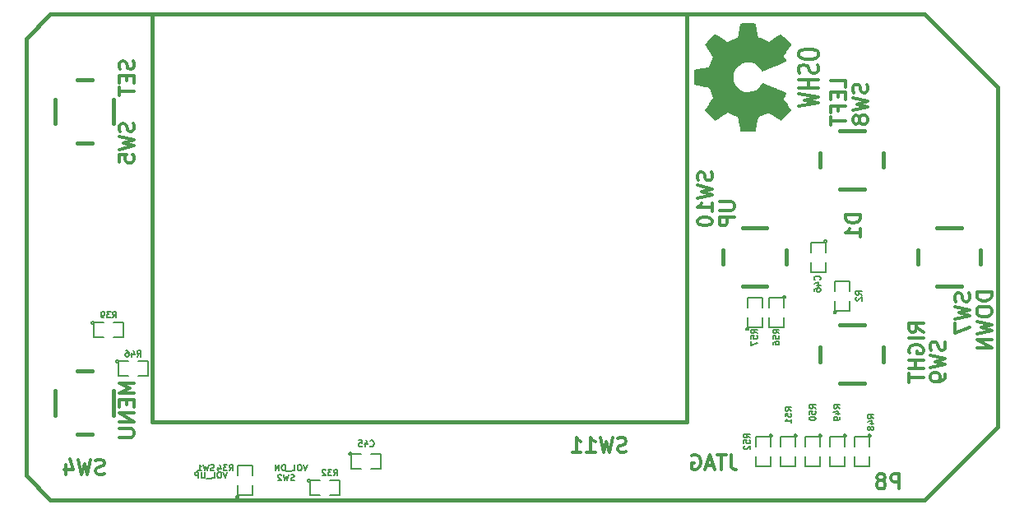
<source format=gbo>
G04 (created by PCBNEW-RS274X (2012-jan-04)-testing) date Wed 23 May 2012 23:15:24 BST*
G01*
G70*
G90*
%MOIN*%
G04 Gerber Fmt 3.4, Leading zero omitted, Abs format*
%FSLAX34Y34*%
G04 APERTURE LIST*
%ADD10C,0.006000*%
%ADD11C,0.012000*%
%ADD12C,0.015000*%
%ADD13C,0.005000*%
%ADD14C,0.000100*%
G04 APERTURE END LIST*
G54D10*
G54D11*
X31315Y18126D02*
X31315Y18012D01*
X31353Y17954D01*
X31429Y17897D01*
X31581Y17869D01*
X31848Y17869D01*
X32001Y17897D01*
X32077Y17954D01*
X32115Y18012D01*
X32115Y18126D01*
X32077Y18183D01*
X32001Y18240D01*
X31848Y18269D01*
X31581Y18269D01*
X31429Y18240D01*
X31353Y18183D01*
X31315Y18126D01*
X32077Y17640D02*
X32115Y17554D01*
X32115Y17411D01*
X32077Y17354D01*
X32039Y17325D01*
X31962Y17297D01*
X31886Y17297D01*
X31810Y17325D01*
X31772Y17354D01*
X31734Y17411D01*
X31696Y17525D01*
X31658Y17583D01*
X31620Y17611D01*
X31543Y17640D01*
X31467Y17640D01*
X31391Y17611D01*
X31353Y17583D01*
X31315Y17525D01*
X31315Y17383D01*
X31353Y17297D01*
X32115Y17040D02*
X31315Y17040D01*
X31696Y17040D02*
X31696Y16697D01*
X32115Y16697D02*
X31315Y16697D01*
X31315Y16468D02*
X32115Y16325D01*
X31543Y16211D01*
X32115Y16097D01*
X31315Y15954D01*
G54D12*
X39369Y16733D02*
X39370Y16733D01*
X36417Y19685D02*
X39369Y16733D01*
X00984Y19685D02*
X00000Y18701D01*
X36417Y19685D02*
X00984Y19685D01*
X36417Y00000D02*
X39370Y02953D01*
X00000Y00984D02*
X00000Y00985D01*
X00984Y00000D02*
X00000Y00984D01*
X36417Y00000D02*
X00984Y00000D01*
X00000Y18701D02*
X00000Y00985D01*
X39370Y16733D02*
X39370Y02953D01*
G54D13*
X29278Y06929D02*
X29277Y06920D01*
X29274Y06910D01*
X29269Y06902D01*
X29263Y06894D01*
X29255Y06888D01*
X29247Y06883D01*
X29238Y06881D01*
X29228Y06880D01*
X29219Y06880D01*
X29210Y06883D01*
X29201Y06888D01*
X29194Y06894D01*
X29187Y06901D01*
X29183Y06910D01*
X29180Y06919D01*
X29179Y06929D01*
X29179Y06938D01*
X29182Y06947D01*
X29186Y06956D01*
X29193Y06963D01*
X29200Y06970D01*
X29208Y06974D01*
X29218Y06977D01*
X29227Y06978D01*
X29236Y06978D01*
X29246Y06975D01*
X29254Y06971D01*
X29262Y06965D01*
X29268Y06957D01*
X29273Y06949D01*
X29276Y06940D01*
X29277Y06930D01*
X29278Y06929D01*
X29228Y07379D02*
X29228Y06979D01*
X29228Y06979D02*
X29828Y06979D01*
X29828Y06979D02*
X29828Y07379D01*
X29828Y07779D02*
X29828Y08179D01*
X29828Y08179D02*
X29228Y08179D01*
X29228Y08179D02*
X29228Y07779D01*
X30763Y08229D02*
X30762Y08220D01*
X30759Y08210D01*
X30754Y08202D01*
X30748Y08194D01*
X30740Y08188D01*
X30732Y08183D01*
X30723Y08181D01*
X30713Y08180D01*
X30704Y08180D01*
X30695Y08183D01*
X30686Y08188D01*
X30679Y08194D01*
X30672Y08201D01*
X30668Y08210D01*
X30665Y08219D01*
X30664Y08229D01*
X30664Y08238D01*
X30667Y08247D01*
X30671Y08256D01*
X30678Y08263D01*
X30685Y08270D01*
X30693Y08274D01*
X30703Y08277D01*
X30712Y08278D01*
X30721Y08278D01*
X30731Y08275D01*
X30739Y08271D01*
X30747Y08265D01*
X30753Y08257D01*
X30758Y08249D01*
X30761Y08240D01*
X30762Y08230D01*
X30763Y08229D01*
X30713Y07779D02*
X30713Y08179D01*
X30713Y08179D02*
X30113Y08179D01*
X30113Y08179D02*
X30113Y07779D01*
X30113Y07379D02*
X30113Y06979D01*
X30113Y06979D02*
X30713Y06979D01*
X30713Y06979D02*
X30713Y07379D01*
X30230Y02613D02*
X30229Y02604D01*
X30226Y02594D01*
X30221Y02586D01*
X30215Y02578D01*
X30207Y02572D01*
X30199Y02567D01*
X30190Y02565D01*
X30180Y02564D01*
X30171Y02564D01*
X30162Y02567D01*
X30153Y02572D01*
X30146Y02578D01*
X30139Y02585D01*
X30135Y02594D01*
X30132Y02603D01*
X30131Y02613D01*
X30131Y02622D01*
X30134Y02631D01*
X30138Y02640D01*
X30145Y02647D01*
X30152Y02654D01*
X30160Y02658D01*
X30170Y02661D01*
X30179Y02662D01*
X30188Y02662D01*
X30198Y02659D01*
X30206Y02655D01*
X30214Y02649D01*
X30220Y02641D01*
X30225Y02633D01*
X30228Y02624D01*
X30229Y02614D01*
X30230Y02613D01*
X30180Y02163D02*
X30180Y02563D01*
X30180Y02563D02*
X29580Y02563D01*
X29580Y02563D02*
X29580Y02163D01*
X29580Y01763D02*
X29580Y01363D01*
X29580Y01363D02*
X30180Y01363D01*
X30180Y01363D02*
X30180Y01763D01*
X31230Y02613D02*
X31229Y02604D01*
X31226Y02594D01*
X31221Y02586D01*
X31215Y02578D01*
X31207Y02572D01*
X31199Y02567D01*
X31190Y02565D01*
X31180Y02564D01*
X31171Y02564D01*
X31162Y02567D01*
X31153Y02572D01*
X31146Y02578D01*
X31139Y02585D01*
X31135Y02594D01*
X31132Y02603D01*
X31131Y02613D01*
X31131Y02622D01*
X31134Y02631D01*
X31138Y02640D01*
X31145Y02647D01*
X31152Y02654D01*
X31160Y02658D01*
X31170Y02661D01*
X31179Y02662D01*
X31188Y02662D01*
X31198Y02659D01*
X31206Y02655D01*
X31214Y02649D01*
X31220Y02641D01*
X31225Y02633D01*
X31228Y02624D01*
X31229Y02614D01*
X31230Y02613D01*
X31180Y02163D02*
X31180Y02563D01*
X31180Y02563D02*
X30580Y02563D01*
X30580Y02563D02*
X30580Y02163D01*
X30580Y01763D02*
X30580Y01363D01*
X30580Y01363D02*
X31180Y01363D01*
X31180Y01363D02*
X31180Y01763D01*
X32230Y02613D02*
X32229Y02604D01*
X32226Y02594D01*
X32221Y02586D01*
X32215Y02578D01*
X32207Y02572D01*
X32199Y02567D01*
X32190Y02565D01*
X32180Y02564D01*
X32171Y02564D01*
X32162Y02567D01*
X32153Y02572D01*
X32146Y02578D01*
X32139Y02585D01*
X32135Y02594D01*
X32132Y02603D01*
X32131Y02613D01*
X32131Y02622D01*
X32134Y02631D01*
X32138Y02640D01*
X32145Y02647D01*
X32152Y02654D01*
X32160Y02658D01*
X32170Y02661D01*
X32179Y02662D01*
X32188Y02662D01*
X32198Y02659D01*
X32206Y02655D01*
X32214Y02649D01*
X32220Y02641D01*
X32225Y02633D01*
X32228Y02624D01*
X32229Y02614D01*
X32230Y02613D01*
X32180Y02163D02*
X32180Y02563D01*
X32180Y02563D02*
X31580Y02563D01*
X31580Y02563D02*
X31580Y02163D01*
X31580Y01763D02*
X31580Y01363D01*
X31580Y01363D02*
X32180Y01363D01*
X32180Y01363D02*
X32180Y01763D01*
X33230Y02613D02*
X33229Y02604D01*
X33226Y02594D01*
X33221Y02586D01*
X33215Y02578D01*
X33207Y02572D01*
X33199Y02567D01*
X33190Y02565D01*
X33180Y02564D01*
X33171Y02564D01*
X33162Y02567D01*
X33153Y02572D01*
X33146Y02578D01*
X33139Y02585D01*
X33135Y02594D01*
X33132Y02603D01*
X33131Y02613D01*
X33131Y02622D01*
X33134Y02631D01*
X33138Y02640D01*
X33145Y02647D01*
X33152Y02654D01*
X33160Y02658D01*
X33170Y02661D01*
X33179Y02662D01*
X33188Y02662D01*
X33198Y02659D01*
X33206Y02655D01*
X33214Y02649D01*
X33220Y02641D01*
X33225Y02633D01*
X33228Y02624D01*
X33229Y02614D01*
X33230Y02613D01*
X33180Y02163D02*
X33180Y02563D01*
X33180Y02563D02*
X32580Y02563D01*
X32580Y02563D02*
X32580Y02163D01*
X32580Y01763D02*
X32580Y01363D01*
X32580Y01363D02*
X33180Y01363D01*
X33180Y01363D02*
X33180Y01763D01*
X34230Y02613D02*
X34229Y02604D01*
X34226Y02594D01*
X34221Y02586D01*
X34215Y02578D01*
X34207Y02572D01*
X34199Y02567D01*
X34190Y02565D01*
X34180Y02564D01*
X34171Y02564D01*
X34162Y02567D01*
X34153Y02572D01*
X34146Y02578D01*
X34139Y02585D01*
X34135Y02594D01*
X34132Y02603D01*
X34131Y02613D01*
X34131Y02622D01*
X34134Y02631D01*
X34138Y02640D01*
X34145Y02647D01*
X34152Y02654D01*
X34160Y02658D01*
X34170Y02661D01*
X34179Y02662D01*
X34188Y02662D01*
X34198Y02659D01*
X34206Y02655D01*
X34214Y02649D01*
X34220Y02641D01*
X34225Y02633D01*
X34228Y02624D01*
X34229Y02614D01*
X34230Y02613D01*
X34180Y02163D02*
X34180Y02563D01*
X34180Y02563D02*
X33580Y02563D01*
X33580Y02563D02*
X33580Y02163D01*
X33580Y01763D02*
X33580Y01363D01*
X33580Y01363D02*
X34180Y01363D01*
X34180Y01363D02*
X34180Y01763D01*
X03731Y05615D02*
X03730Y05606D01*
X03727Y05596D01*
X03722Y05588D01*
X03716Y05580D01*
X03708Y05574D01*
X03700Y05569D01*
X03691Y05567D01*
X03681Y05566D01*
X03672Y05566D01*
X03663Y05569D01*
X03654Y05574D01*
X03647Y05580D01*
X03640Y05587D01*
X03636Y05596D01*
X03633Y05605D01*
X03632Y05615D01*
X03632Y05624D01*
X03635Y05633D01*
X03639Y05642D01*
X03646Y05649D01*
X03653Y05656D01*
X03661Y05660D01*
X03671Y05663D01*
X03680Y05664D01*
X03689Y05664D01*
X03699Y05661D01*
X03707Y05657D01*
X03715Y05651D01*
X03721Y05643D01*
X03726Y05635D01*
X03729Y05626D01*
X03730Y05616D01*
X03731Y05615D01*
X04131Y05615D02*
X03731Y05615D01*
X03731Y05615D02*
X03731Y05015D01*
X03731Y05015D02*
X04131Y05015D01*
X04531Y05015D02*
X04931Y05015D01*
X04931Y05015D02*
X04931Y05615D01*
X04931Y05615D02*
X04531Y05615D01*
X08608Y00138D02*
X08607Y00129D01*
X08604Y00119D01*
X08599Y00111D01*
X08593Y00103D01*
X08585Y00097D01*
X08577Y00092D01*
X08568Y00090D01*
X08558Y00089D01*
X08549Y00089D01*
X08540Y00092D01*
X08531Y00097D01*
X08524Y00103D01*
X08517Y00110D01*
X08513Y00119D01*
X08510Y00128D01*
X08509Y00138D01*
X08509Y00147D01*
X08512Y00156D01*
X08516Y00165D01*
X08523Y00172D01*
X08530Y00179D01*
X08538Y00183D01*
X08548Y00186D01*
X08557Y00187D01*
X08566Y00187D01*
X08576Y00184D01*
X08584Y00180D01*
X08592Y00174D01*
X08598Y00166D01*
X08603Y00158D01*
X08606Y00149D01*
X08607Y00139D01*
X08608Y00138D01*
X08558Y00588D02*
X08558Y00188D01*
X08558Y00188D02*
X09158Y00188D01*
X09158Y00188D02*
X09158Y00588D01*
X09158Y00988D02*
X09158Y01388D01*
X09158Y01388D02*
X08558Y01388D01*
X08558Y01388D02*
X08558Y00988D01*
X11506Y00793D02*
X11505Y00784D01*
X11502Y00774D01*
X11497Y00766D01*
X11491Y00758D01*
X11483Y00752D01*
X11475Y00747D01*
X11466Y00745D01*
X11456Y00744D01*
X11447Y00744D01*
X11438Y00747D01*
X11429Y00752D01*
X11422Y00758D01*
X11415Y00765D01*
X11411Y00774D01*
X11408Y00783D01*
X11407Y00793D01*
X11407Y00802D01*
X11410Y00811D01*
X11414Y00820D01*
X11421Y00827D01*
X11428Y00834D01*
X11436Y00838D01*
X11446Y00841D01*
X11455Y00842D01*
X11464Y00842D01*
X11474Y00839D01*
X11482Y00835D01*
X11490Y00829D01*
X11496Y00821D01*
X11501Y00813D01*
X11504Y00804D01*
X11505Y00794D01*
X11506Y00793D01*
X11906Y00793D02*
X11506Y00793D01*
X11506Y00793D02*
X11506Y00193D01*
X11506Y00193D02*
X11906Y00193D01*
X12306Y00193D02*
X12706Y00193D01*
X12706Y00193D02*
X12706Y00793D01*
X12706Y00793D02*
X12306Y00793D01*
X32821Y07618D02*
X32820Y07609D01*
X32817Y07599D01*
X32812Y07591D01*
X32806Y07583D01*
X32798Y07577D01*
X32790Y07572D01*
X32781Y07570D01*
X32771Y07569D01*
X32762Y07569D01*
X32753Y07572D01*
X32744Y07577D01*
X32737Y07583D01*
X32730Y07590D01*
X32726Y07599D01*
X32723Y07608D01*
X32722Y07618D01*
X32722Y07627D01*
X32725Y07636D01*
X32729Y07645D01*
X32736Y07652D01*
X32743Y07659D01*
X32751Y07663D01*
X32761Y07666D01*
X32770Y07667D01*
X32779Y07667D01*
X32789Y07664D01*
X32797Y07660D01*
X32805Y07654D01*
X32811Y07646D01*
X32816Y07638D01*
X32819Y07629D01*
X32820Y07619D01*
X32821Y07618D01*
X32771Y08068D02*
X32771Y07668D01*
X32771Y07668D02*
X33371Y07668D01*
X33371Y07668D02*
X33371Y08068D01*
X33371Y08468D02*
X33371Y08868D01*
X33371Y08868D02*
X32771Y08868D01*
X32771Y08868D02*
X32771Y08468D01*
X32437Y10493D02*
X32436Y10484D01*
X32433Y10474D01*
X32428Y10466D01*
X32422Y10458D01*
X32414Y10452D01*
X32406Y10447D01*
X32397Y10445D01*
X32387Y10444D01*
X32378Y10444D01*
X32369Y10447D01*
X32360Y10452D01*
X32353Y10458D01*
X32346Y10465D01*
X32342Y10474D01*
X32339Y10483D01*
X32338Y10493D01*
X32338Y10502D01*
X32341Y10511D01*
X32345Y10520D01*
X32352Y10527D01*
X32359Y10534D01*
X32367Y10538D01*
X32377Y10541D01*
X32386Y10542D01*
X32395Y10542D01*
X32405Y10539D01*
X32413Y10535D01*
X32421Y10529D01*
X32427Y10521D01*
X32432Y10513D01*
X32435Y10504D01*
X32436Y10494D01*
X32437Y10493D01*
X32387Y10043D02*
X32387Y10443D01*
X32387Y10443D02*
X31787Y10443D01*
X31787Y10443D02*
X31787Y10043D01*
X31787Y09643D02*
X31787Y09243D01*
X31787Y09243D02*
X32387Y09243D01*
X32387Y09243D02*
X32387Y09643D01*
X13180Y01875D02*
X13179Y01866D01*
X13176Y01856D01*
X13171Y01848D01*
X13165Y01840D01*
X13157Y01834D01*
X13149Y01829D01*
X13140Y01827D01*
X13130Y01826D01*
X13121Y01826D01*
X13112Y01829D01*
X13103Y01834D01*
X13096Y01840D01*
X13089Y01847D01*
X13085Y01856D01*
X13082Y01865D01*
X13081Y01875D01*
X13081Y01884D01*
X13084Y01893D01*
X13088Y01902D01*
X13095Y01909D01*
X13102Y01916D01*
X13110Y01920D01*
X13120Y01923D01*
X13129Y01924D01*
X13138Y01924D01*
X13148Y01921D01*
X13156Y01917D01*
X13164Y01911D01*
X13170Y01903D01*
X13175Y01895D01*
X13178Y01886D01*
X13179Y01876D01*
X13180Y01875D01*
X13580Y01875D02*
X13180Y01875D01*
X13180Y01875D02*
X13180Y01275D01*
X13180Y01275D02*
X13580Y01275D01*
X13980Y01275D02*
X14380Y01275D01*
X14380Y01275D02*
X14380Y01875D01*
X14380Y01875D02*
X13980Y01875D01*
G54D12*
X22047Y19686D02*
X25000Y19686D01*
X11024Y19686D02*
X21063Y19686D01*
X09646Y19686D02*
X09843Y19686D01*
X07087Y19686D02*
X09646Y19686D01*
X26772Y19686D02*
X26772Y03150D01*
X26772Y03150D02*
X05118Y03150D01*
X05118Y03150D02*
X05118Y19686D01*
X05118Y19686D02*
X05906Y19686D01*
X26772Y19686D02*
X25984Y19686D01*
G54D13*
X02747Y07190D02*
X02746Y07181D01*
X02743Y07171D01*
X02738Y07163D01*
X02732Y07155D01*
X02724Y07149D01*
X02716Y07144D01*
X02707Y07142D01*
X02697Y07141D01*
X02688Y07141D01*
X02679Y07144D01*
X02670Y07149D01*
X02663Y07155D01*
X02656Y07162D01*
X02652Y07171D01*
X02649Y07180D01*
X02648Y07190D01*
X02648Y07199D01*
X02651Y07208D01*
X02655Y07217D01*
X02662Y07224D01*
X02669Y07231D01*
X02677Y07235D01*
X02687Y07238D01*
X02696Y07239D01*
X02705Y07239D01*
X02715Y07236D01*
X02723Y07232D01*
X02731Y07226D01*
X02737Y07218D01*
X02742Y07210D01*
X02745Y07201D01*
X02746Y07191D01*
X02747Y07190D01*
X03147Y07190D02*
X02747Y07190D01*
X02747Y07190D02*
X02747Y06590D01*
X02747Y06590D02*
X03147Y06590D01*
X03547Y06590D02*
X03947Y06590D01*
X03947Y06590D02*
X03947Y07190D01*
X03947Y07190D02*
X03547Y07190D01*
G54D12*
X01181Y03445D02*
X01181Y04429D01*
X03543Y03445D02*
X03543Y04429D01*
X02657Y05217D02*
X02067Y05217D01*
X02657Y02657D02*
X02067Y02657D01*
X29036Y11024D02*
X30020Y11024D01*
X29036Y08662D02*
X30020Y08662D01*
X30808Y09548D02*
X30808Y10138D01*
X28248Y09548D02*
X28248Y10138D01*
X36910Y11024D02*
X37894Y11024D01*
X36910Y08662D02*
X37894Y08662D01*
X38682Y09548D02*
X38682Y10138D01*
X36122Y09548D02*
X36122Y10138D01*
X32973Y14961D02*
X33957Y14961D01*
X32973Y12599D02*
X33957Y12599D01*
X34745Y13485D02*
X34745Y14075D01*
X32185Y13485D02*
X32185Y14075D01*
X32973Y07087D02*
X33957Y07087D01*
X32973Y04725D02*
X33957Y04725D01*
X34745Y05611D02*
X34745Y06201D01*
X32185Y05611D02*
X32185Y06201D01*
X03543Y16240D02*
X03543Y15256D01*
X01181Y16240D02*
X01181Y15256D01*
X02067Y14468D02*
X02657Y14468D01*
X02067Y17028D02*
X02657Y17028D01*
G54D14*
G36*
X31004Y15798D02*
X30992Y15821D01*
X30960Y15872D01*
X30912Y15945D01*
X30854Y16032D01*
X30795Y16119D01*
X30747Y16190D01*
X30715Y16240D01*
X30704Y16261D01*
X30708Y16272D01*
X30728Y16313D01*
X30759Y16373D01*
X30777Y16408D01*
X30800Y16463D01*
X30805Y16490D01*
X30798Y16495D01*
X30756Y16515D01*
X30684Y16546D01*
X30589Y16588D01*
X30478Y16635D01*
X30358Y16686D01*
X30236Y16737D01*
X30119Y16785D01*
X30014Y16828D01*
X29929Y16862D01*
X29870Y16885D01*
X29844Y16893D01*
X29839Y16891D01*
X29812Y16863D01*
X29776Y16815D01*
X29692Y16712D01*
X29564Y16609D01*
X29419Y16547D01*
X29258Y16526D01*
X29108Y16544D01*
X28964Y16603D01*
X28835Y16703D01*
X28739Y16824D01*
X28678Y16966D01*
X28659Y17126D01*
X28676Y17279D01*
X28734Y17425D01*
X28832Y17555D01*
X28895Y17609D01*
X29026Y17684D01*
X29166Y17727D01*
X29202Y17732D01*
X29356Y17725D01*
X29503Y17680D01*
X29635Y17599D01*
X29743Y17486D01*
X29754Y17472D01*
X29793Y17419D01*
X29820Y17384D01*
X29842Y17357D01*
X30314Y17553D01*
X30389Y17584D01*
X30518Y17638D01*
X30629Y17685D01*
X30717Y17723D01*
X30776Y17749D01*
X30800Y17761D01*
X30801Y17762D01*
X30804Y17779D01*
X30791Y17815D01*
X30759Y17881D01*
X30737Y17925D01*
X30713Y17975D01*
X30704Y17997D01*
X30714Y18016D01*
X30745Y18064D01*
X30792Y18134D01*
X30850Y18219D01*
X30904Y18299D01*
X30953Y18373D01*
X30987Y18427D01*
X31001Y18453D01*
X31001Y18457D01*
X30988Y18480D01*
X30953Y18522D01*
X30892Y18587D01*
X30802Y18678D01*
X30789Y18692D01*
X30713Y18766D01*
X30649Y18827D01*
X30604Y18868D01*
X30583Y18882D01*
X30583Y18882D01*
X30557Y18869D01*
X30504Y18835D01*
X30429Y18786D01*
X30341Y18726D01*
X30114Y18570D01*
X29900Y18656D01*
X29835Y18682D01*
X29755Y18716D01*
X29698Y18741D01*
X29673Y18753D01*
X29665Y18777D01*
X29651Y18835D01*
X29633Y18920D01*
X29614Y19022D01*
X29597Y19118D01*
X29580Y19205D01*
X29568Y19269D01*
X29562Y19297D01*
X29558Y19304D01*
X29545Y19309D01*
X29515Y19313D01*
X29462Y19315D01*
X29378Y19316D01*
X29258Y19316D01*
X29245Y19316D01*
X29129Y19315D01*
X29038Y19313D01*
X28977Y19310D01*
X28954Y19306D01*
X28953Y19306D01*
X28947Y19279D01*
X28934Y19217D01*
X28917Y19130D01*
X28897Y19026D01*
X28896Y19019D01*
X28876Y18916D01*
X28858Y18829D01*
X28844Y18768D01*
X28836Y18742D01*
X28828Y18737D01*
X28788Y18716D01*
X28724Y18686D01*
X28645Y18652D01*
X28564Y18618D01*
X28491Y18589D01*
X28436Y18569D01*
X28411Y18563D01*
X28411Y18564D01*
X28386Y18579D01*
X28332Y18615D01*
X28257Y18665D01*
X28169Y18726D01*
X28163Y18730D01*
X28075Y18790D01*
X28001Y18838D01*
X27948Y18870D01*
X27924Y18882D01*
X27923Y18882D01*
X27897Y18862D01*
X27847Y18818D01*
X27780Y18754D01*
X27703Y18677D01*
X27679Y18653D01*
X27596Y18568D01*
X27541Y18508D01*
X27512Y18472D01*
X27506Y18454D01*
X27506Y18453D01*
X27522Y18427D01*
X27558Y18372D01*
X27609Y18297D01*
X27670Y18208D01*
X27674Y18202D01*
X27733Y18114D01*
X27783Y18041D01*
X27817Y17989D01*
X27831Y17967D01*
X27831Y17963D01*
X27820Y17927D01*
X27798Y17865D01*
X27769Y17788D01*
X27736Y17707D01*
X27705Y17634D01*
X27680Y17578D01*
X27665Y17552D01*
X27664Y17552D01*
X27633Y17542D01*
X27567Y17527D01*
X27477Y17509D01*
X27370Y17488D01*
X27352Y17485D01*
X27248Y17465D01*
X27162Y17448D01*
X27102Y17436D01*
X27078Y17430D01*
X27074Y17415D01*
X27070Y17364D01*
X27068Y17286D01*
X27067Y17192D01*
X27068Y17093D01*
X27070Y16996D01*
X27073Y16913D01*
X27077Y16854D01*
X27082Y16830D01*
X27083Y16829D01*
X27116Y16820D01*
X27181Y16805D01*
X27272Y16787D01*
X27380Y16766D01*
X27399Y16762D01*
X27503Y16743D01*
X27588Y16725D01*
X27647Y16713D01*
X27670Y16706D01*
X27675Y16697D01*
X27694Y16654D01*
X27723Y16584D01*
X27758Y16498D01*
X27839Y16297D01*
X27670Y16051D01*
X27655Y16028D01*
X27595Y15940D01*
X27546Y15867D01*
X27514Y15817D01*
X27502Y15796D01*
X27503Y15794D01*
X27524Y15770D01*
X27570Y15721D01*
X27635Y15654D01*
X27712Y15577D01*
X27769Y15520D01*
X27838Y15452D01*
X27884Y15409D01*
X27914Y15386D01*
X27932Y15377D01*
X27944Y15379D01*
X27969Y15395D01*
X28023Y15431D01*
X28098Y15482D01*
X28185Y15542D01*
X28257Y15591D01*
X28340Y15644D01*
X28399Y15679D01*
X28428Y15691D01*
X28440Y15688D01*
X28488Y15671D01*
X28561Y15642D01*
X28647Y15605D01*
X28842Y15519D01*
X28867Y15392D01*
X28881Y15314D01*
X28902Y15206D01*
X28922Y15103D01*
X28953Y14941D01*
X29547Y14935D01*
X29558Y14960D01*
X29564Y14984D01*
X29578Y15044D01*
X29595Y15130D01*
X29614Y15230D01*
X29630Y15316D01*
X29646Y15403D01*
X29658Y15465D01*
X29664Y15493D01*
X29673Y15500D01*
X29715Y15521D01*
X29782Y15552D01*
X29862Y15586D01*
X29945Y15621D01*
X30022Y15651D01*
X30080Y15673D01*
X30111Y15681D01*
X30133Y15669D01*
X30184Y15636D01*
X30257Y15588D01*
X30343Y15530D01*
X30429Y15471D01*
X30502Y15421D01*
X30555Y15387D01*
X30579Y15372D01*
X30596Y15379D01*
X30637Y15414D01*
X30705Y15479D01*
X30800Y15575D01*
X30815Y15591D01*
X30889Y15668D01*
X30949Y15733D01*
X30989Y15778D01*
X31004Y15798D01*
X31004Y15798D01*
G37*
G54D12*
X07283Y00000D02*
X07677Y00000D01*
X10236Y00000D02*
X10630Y00000D01*
X24212Y00000D02*
X22244Y00000D01*
G54D11*
X33806Y11564D02*
X33206Y11564D01*
X33206Y11421D01*
X33234Y11336D01*
X33292Y11278D01*
X33349Y11250D01*
X33463Y11221D01*
X33549Y11221D01*
X33663Y11250D01*
X33720Y11278D01*
X33777Y11336D01*
X33806Y11421D01*
X33806Y11564D01*
X33806Y10650D02*
X33806Y10993D01*
X33806Y10821D02*
X33206Y10821D01*
X33292Y10878D01*
X33349Y10936D01*
X33377Y10993D01*
G54D13*
X29629Y06756D02*
X29510Y06839D01*
X29629Y06898D02*
X29379Y06898D01*
X29379Y06803D01*
X29391Y06779D01*
X29403Y06768D01*
X29427Y06756D01*
X29463Y06756D01*
X29486Y06768D01*
X29498Y06779D01*
X29510Y06803D01*
X29510Y06898D01*
X29379Y06529D02*
X29379Y06648D01*
X29498Y06660D01*
X29486Y06648D01*
X29474Y06625D01*
X29474Y06565D01*
X29486Y06541D01*
X29498Y06529D01*
X29522Y06518D01*
X29582Y06518D01*
X29605Y06529D01*
X29617Y06541D01*
X29629Y06565D01*
X29629Y06625D01*
X29617Y06648D01*
X29605Y06660D01*
X29379Y06434D02*
X29379Y06268D01*
X29629Y06375D01*
X30514Y06756D02*
X30395Y06839D01*
X30514Y06898D02*
X30264Y06898D01*
X30264Y06803D01*
X30276Y06779D01*
X30288Y06768D01*
X30312Y06756D01*
X30348Y06756D01*
X30371Y06768D01*
X30383Y06779D01*
X30395Y06803D01*
X30395Y06898D01*
X30264Y06529D02*
X30264Y06648D01*
X30383Y06660D01*
X30371Y06648D01*
X30359Y06625D01*
X30359Y06565D01*
X30371Y06541D01*
X30383Y06529D01*
X30407Y06518D01*
X30467Y06518D01*
X30490Y06529D01*
X30502Y06541D01*
X30514Y06565D01*
X30514Y06625D01*
X30502Y06648D01*
X30490Y06660D01*
X30264Y06303D02*
X30264Y06351D01*
X30276Y06375D01*
X30288Y06387D01*
X30324Y06410D01*
X30371Y06422D01*
X30467Y06422D01*
X30490Y06410D01*
X30502Y06399D01*
X30514Y06375D01*
X30514Y06327D01*
X30502Y06303D01*
X30490Y06291D01*
X30467Y06280D01*
X30407Y06280D01*
X30383Y06291D01*
X30371Y06303D01*
X30359Y06327D01*
X30359Y06375D01*
X30371Y06399D01*
X30383Y06410D01*
X30407Y06422D01*
X29333Y02524D02*
X29214Y02607D01*
X29333Y02666D02*
X29083Y02666D01*
X29083Y02571D01*
X29095Y02547D01*
X29107Y02536D01*
X29131Y02524D01*
X29167Y02524D01*
X29190Y02536D01*
X29202Y02547D01*
X29214Y02571D01*
X29214Y02666D01*
X29083Y02297D02*
X29083Y02416D01*
X29202Y02428D01*
X29190Y02416D01*
X29178Y02393D01*
X29178Y02333D01*
X29190Y02309D01*
X29202Y02297D01*
X29226Y02286D01*
X29286Y02286D01*
X29309Y02297D01*
X29321Y02309D01*
X29333Y02333D01*
X29333Y02393D01*
X29321Y02416D01*
X29309Y02428D01*
X29107Y02190D02*
X29095Y02178D01*
X29083Y02155D01*
X29083Y02095D01*
X29095Y02071D01*
X29107Y02059D01*
X29131Y02048D01*
X29155Y02048D01*
X29190Y02059D01*
X29333Y02202D01*
X29333Y02048D01*
X31007Y03606D02*
X30888Y03689D01*
X31007Y03748D02*
X30757Y03748D01*
X30757Y03653D01*
X30769Y03629D01*
X30781Y03618D01*
X30805Y03606D01*
X30841Y03606D01*
X30864Y03618D01*
X30876Y03629D01*
X30888Y03653D01*
X30888Y03748D01*
X30757Y03379D02*
X30757Y03498D01*
X30876Y03510D01*
X30864Y03498D01*
X30852Y03475D01*
X30852Y03415D01*
X30864Y03391D01*
X30876Y03379D01*
X30900Y03368D01*
X30960Y03368D01*
X30983Y03379D01*
X30995Y03391D01*
X31007Y03415D01*
X31007Y03475D01*
X30995Y03498D01*
X30983Y03510D01*
X31007Y03130D02*
X31007Y03272D01*
X31007Y03201D02*
X30757Y03201D01*
X30793Y03225D01*
X30817Y03249D01*
X30829Y03272D01*
X31991Y03705D02*
X31872Y03788D01*
X31991Y03847D02*
X31741Y03847D01*
X31741Y03752D01*
X31753Y03728D01*
X31765Y03717D01*
X31789Y03705D01*
X31825Y03705D01*
X31848Y03717D01*
X31860Y03728D01*
X31872Y03752D01*
X31872Y03847D01*
X31741Y03478D02*
X31741Y03597D01*
X31860Y03609D01*
X31848Y03597D01*
X31836Y03574D01*
X31836Y03514D01*
X31848Y03490D01*
X31860Y03478D01*
X31884Y03467D01*
X31944Y03467D01*
X31967Y03478D01*
X31979Y03490D01*
X31991Y03514D01*
X31991Y03574D01*
X31979Y03597D01*
X31967Y03609D01*
X31741Y03312D02*
X31741Y03288D01*
X31753Y03264D01*
X31765Y03252D01*
X31789Y03240D01*
X31836Y03229D01*
X31896Y03229D01*
X31944Y03240D01*
X31967Y03252D01*
X31979Y03264D01*
X31991Y03288D01*
X31991Y03312D01*
X31979Y03336D01*
X31967Y03348D01*
X31944Y03359D01*
X31896Y03371D01*
X31836Y03371D01*
X31789Y03359D01*
X31765Y03348D01*
X31753Y03336D01*
X31741Y03312D01*
X32975Y03705D02*
X32856Y03788D01*
X32975Y03847D02*
X32725Y03847D01*
X32725Y03752D01*
X32737Y03728D01*
X32749Y03717D01*
X32773Y03705D01*
X32809Y03705D01*
X32832Y03717D01*
X32844Y03728D01*
X32856Y03752D01*
X32856Y03847D01*
X32809Y03490D02*
X32975Y03490D01*
X32713Y03550D02*
X32892Y03609D01*
X32892Y03455D01*
X32975Y03348D02*
X32975Y03300D01*
X32963Y03276D01*
X32951Y03264D01*
X32916Y03240D01*
X32868Y03229D01*
X32773Y03229D01*
X32749Y03240D01*
X32737Y03252D01*
X32725Y03276D01*
X32725Y03324D01*
X32737Y03348D01*
X32749Y03359D01*
X32773Y03371D01*
X32832Y03371D01*
X32856Y03359D01*
X32868Y03348D01*
X32880Y03324D01*
X32880Y03276D01*
X32868Y03252D01*
X32856Y03240D01*
X32832Y03229D01*
X34353Y03311D02*
X34234Y03394D01*
X34353Y03453D02*
X34103Y03453D01*
X34103Y03358D01*
X34115Y03334D01*
X34127Y03323D01*
X34151Y03311D01*
X34187Y03311D01*
X34210Y03323D01*
X34222Y03334D01*
X34234Y03358D01*
X34234Y03453D01*
X34187Y03096D02*
X34353Y03096D01*
X34091Y03156D02*
X34270Y03215D01*
X34270Y03061D01*
X34210Y02930D02*
X34198Y02954D01*
X34187Y02965D01*
X34163Y02977D01*
X34151Y02977D01*
X34127Y02965D01*
X34115Y02954D01*
X34103Y02930D01*
X34103Y02882D01*
X34115Y02858D01*
X34127Y02846D01*
X34151Y02835D01*
X34163Y02835D01*
X34187Y02846D01*
X34198Y02858D01*
X34210Y02882D01*
X34210Y02930D01*
X34222Y02954D01*
X34234Y02965D01*
X34258Y02977D01*
X34306Y02977D01*
X34329Y02965D01*
X34341Y02954D01*
X34353Y02930D01*
X34353Y02882D01*
X34341Y02858D01*
X34329Y02846D01*
X34306Y02835D01*
X34258Y02835D01*
X34234Y02846D01*
X34222Y02858D01*
X34210Y02882D01*
X04492Y05805D02*
X04575Y05924D01*
X04634Y05805D02*
X04634Y06055D01*
X04539Y06055D01*
X04515Y06043D01*
X04504Y06031D01*
X04492Y06007D01*
X04492Y05971D01*
X04504Y05948D01*
X04515Y05936D01*
X04539Y05924D01*
X04634Y05924D01*
X04277Y05971D02*
X04277Y05805D01*
X04337Y06067D02*
X04396Y05888D01*
X04242Y05888D01*
X04039Y06055D02*
X04087Y06055D01*
X04111Y06043D01*
X04123Y06031D01*
X04146Y05995D01*
X04158Y05948D01*
X04158Y05852D01*
X04146Y05829D01*
X04135Y05817D01*
X04111Y05805D01*
X04063Y05805D01*
X04039Y05817D01*
X04027Y05829D01*
X04016Y05852D01*
X04016Y05912D01*
X04027Y05936D01*
X04039Y05948D01*
X04063Y05960D01*
X04111Y05960D01*
X04135Y05948D01*
X04146Y05936D01*
X04158Y05912D01*
X08232Y01179D02*
X08315Y01298D01*
X08374Y01179D02*
X08374Y01429D01*
X08279Y01429D01*
X08255Y01417D01*
X08244Y01405D01*
X08232Y01381D01*
X08232Y01345D01*
X08244Y01322D01*
X08255Y01310D01*
X08279Y01298D01*
X08374Y01298D01*
X08148Y01429D02*
X07994Y01429D01*
X08077Y01334D01*
X08041Y01334D01*
X08017Y01322D01*
X08005Y01310D01*
X07994Y01286D01*
X07994Y01226D01*
X08005Y01203D01*
X08017Y01191D01*
X08041Y01179D01*
X08113Y01179D01*
X08136Y01191D01*
X08148Y01203D01*
X07779Y01345D02*
X07779Y01179D01*
X07839Y01441D02*
X07898Y01262D01*
X07744Y01262D01*
X12464Y00982D02*
X12547Y01101D01*
X12606Y00982D02*
X12606Y01232D01*
X12511Y01232D01*
X12487Y01220D01*
X12476Y01208D01*
X12464Y01184D01*
X12464Y01148D01*
X12476Y01125D01*
X12487Y01113D01*
X12511Y01101D01*
X12606Y01101D01*
X12380Y01232D02*
X12226Y01232D01*
X12309Y01137D01*
X12273Y01137D01*
X12249Y01125D01*
X12237Y01113D01*
X12226Y01089D01*
X12226Y01029D01*
X12237Y01006D01*
X12249Y00994D01*
X12273Y00982D01*
X12345Y00982D01*
X12368Y00994D01*
X12380Y01006D01*
X12130Y01208D02*
X12118Y01220D01*
X12095Y01232D01*
X12035Y01232D01*
X12011Y01220D01*
X11999Y01208D01*
X11988Y01184D01*
X11988Y01160D01*
X11999Y01125D01*
X12142Y00982D01*
X11988Y00982D01*
X33861Y08310D02*
X33742Y08393D01*
X33861Y08452D02*
X33611Y08452D01*
X33611Y08357D01*
X33623Y08333D01*
X33635Y08322D01*
X33659Y08310D01*
X33695Y08310D01*
X33718Y08322D01*
X33730Y08333D01*
X33742Y08357D01*
X33742Y08452D01*
X33635Y08214D02*
X33623Y08202D01*
X33611Y08179D01*
X33611Y08119D01*
X33623Y08095D01*
X33635Y08083D01*
X33659Y08072D01*
X33683Y08072D01*
X33718Y08083D01*
X33861Y08226D01*
X33861Y08072D01*
X32164Y08921D02*
X32176Y08933D01*
X32188Y08968D01*
X32188Y08992D01*
X32176Y09028D01*
X32152Y09052D01*
X32129Y09063D01*
X32081Y09075D01*
X32045Y09075D01*
X31998Y09063D01*
X31974Y09052D01*
X31950Y09028D01*
X31938Y08992D01*
X31938Y08968D01*
X31950Y08933D01*
X31962Y08921D01*
X32022Y08706D02*
X32188Y08706D01*
X31926Y08766D02*
X32105Y08825D01*
X32105Y08671D01*
X31938Y08468D02*
X31938Y08516D01*
X31950Y08540D01*
X31962Y08552D01*
X31998Y08575D01*
X32045Y08587D01*
X32141Y08587D01*
X32164Y08575D01*
X32176Y08564D01*
X32188Y08540D01*
X32188Y08492D01*
X32176Y08468D01*
X32164Y08456D01*
X32141Y08445D01*
X32081Y08445D01*
X32057Y08456D01*
X32045Y08468D01*
X32033Y08492D01*
X32033Y08540D01*
X32045Y08564D01*
X32057Y08575D01*
X32081Y08587D01*
X13941Y02187D02*
X13953Y02175D01*
X13988Y02163D01*
X14012Y02163D01*
X14048Y02175D01*
X14072Y02199D01*
X14083Y02222D01*
X14095Y02270D01*
X14095Y02306D01*
X14083Y02353D01*
X14072Y02377D01*
X14048Y02401D01*
X14012Y02413D01*
X13988Y02413D01*
X13953Y02401D01*
X13941Y02389D01*
X13726Y02329D02*
X13726Y02163D01*
X13786Y02425D02*
X13845Y02246D01*
X13691Y02246D01*
X13476Y02413D02*
X13595Y02413D01*
X13607Y02294D01*
X13595Y02306D01*
X13572Y02318D01*
X13512Y02318D01*
X13488Y02306D01*
X13476Y02294D01*
X13465Y02270D01*
X13465Y02210D01*
X13476Y02187D01*
X13488Y02175D01*
X13512Y02163D01*
X13572Y02163D01*
X13595Y02175D01*
X13607Y02187D01*
X03508Y07380D02*
X03591Y07499D01*
X03650Y07380D02*
X03650Y07630D01*
X03555Y07630D01*
X03531Y07618D01*
X03520Y07606D01*
X03508Y07582D01*
X03508Y07546D01*
X03520Y07523D01*
X03531Y07511D01*
X03555Y07499D01*
X03650Y07499D01*
X03424Y07630D02*
X03270Y07630D01*
X03353Y07535D01*
X03317Y07535D01*
X03293Y07523D01*
X03281Y07511D01*
X03270Y07487D01*
X03270Y07427D01*
X03281Y07404D01*
X03293Y07392D01*
X03317Y07380D01*
X03389Y07380D01*
X03412Y07392D01*
X03424Y07404D01*
X03151Y07380D02*
X03103Y07380D01*
X03079Y07392D01*
X03067Y07404D01*
X03043Y07439D01*
X03032Y07487D01*
X03032Y07582D01*
X03043Y07606D01*
X03055Y07618D01*
X03079Y07630D01*
X03127Y07630D01*
X03151Y07618D01*
X03162Y07606D01*
X03174Y07582D01*
X03174Y07523D01*
X03162Y07499D01*
X03151Y07487D01*
X03127Y07475D01*
X03079Y07475D01*
X03055Y07487D01*
X03043Y07499D01*
X03032Y07523D01*
G54D11*
X03162Y01066D02*
X03076Y01037D01*
X02933Y01037D01*
X02876Y01066D01*
X02847Y01094D01*
X02819Y01151D01*
X02819Y01209D01*
X02847Y01266D01*
X02876Y01294D01*
X02933Y01323D01*
X03047Y01351D01*
X03105Y01380D01*
X03133Y01409D01*
X03162Y01466D01*
X03162Y01523D01*
X03133Y01580D01*
X03105Y01609D01*
X03047Y01637D01*
X02905Y01637D01*
X02819Y01609D01*
X02619Y01637D02*
X02476Y01037D01*
X02362Y01466D01*
X02248Y01037D01*
X02105Y01637D01*
X01619Y01437D02*
X01619Y01037D01*
X01762Y01666D02*
X01905Y01237D01*
X01533Y01237D01*
X04377Y04742D02*
X03777Y04742D01*
X04205Y04542D01*
X03777Y04342D01*
X04377Y04342D01*
X04063Y04056D02*
X04063Y03856D01*
X04377Y03770D02*
X04377Y04056D01*
X03777Y04056D01*
X03777Y03770D01*
X04377Y03513D02*
X03777Y03513D01*
X04377Y03170D01*
X03777Y03170D01*
X03777Y02884D02*
X04263Y02884D01*
X04320Y02856D01*
X04348Y02827D01*
X04377Y02770D01*
X04377Y02656D01*
X04348Y02598D01*
X04320Y02570D01*
X04263Y02541D01*
X03777Y02541D01*
X27773Y13290D02*
X27802Y13204D01*
X27802Y13061D01*
X27773Y13004D01*
X27745Y12975D01*
X27688Y12947D01*
X27630Y12947D01*
X27573Y12975D01*
X27545Y13004D01*
X27516Y13061D01*
X27488Y13175D01*
X27459Y13233D01*
X27430Y13261D01*
X27373Y13290D01*
X27316Y13290D01*
X27259Y13261D01*
X27230Y13233D01*
X27202Y13175D01*
X27202Y13033D01*
X27230Y12947D01*
X27202Y12747D02*
X27802Y12604D01*
X27373Y12490D01*
X27802Y12376D01*
X27202Y12233D01*
X27802Y11690D02*
X27802Y12033D01*
X27802Y11861D02*
X27202Y11861D01*
X27288Y11918D01*
X27345Y11976D01*
X27373Y12033D01*
X27202Y11319D02*
X27202Y11262D01*
X27230Y11205D01*
X27259Y11176D01*
X27316Y11147D01*
X27430Y11119D01*
X27573Y11119D01*
X27688Y11147D01*
X27745Y11176D01*
X27773Y11205D01*
X27802Y11262D01*
X27802Y11319D01*
X27773Y11376D01*
X27745Y11405D01*
X27688Y11433D01*
X27573Y11462D01*
X27430Y11462D01*
X27316Y11433D01*
X27259Y11405D01*
X27230Y11376D01*
X27202Y11319D01*
X28088Y12086D02*
X28574Y12086D01*
X28631Y12058D01*
X28659Y12029D01*
X28688Y11972D01*
X28688Y11858D01*
X28659Y11800D01*
X28631Y11772D01*
X28574Y11743D01*
X28088Y11743D01*
X28688Y11457D02*
X28088Y11457D01*
X28088Y11229D01*
X28116Y11171D01*
X28145Y11143D01*
X28202Y11114D01*
X28288Y11114D01*
X28345Y11143D01*
X28374Y11171D01*
X28402Y11229D01*
X28402Y11457D01*
X38206Y08379D02*
X38235Y08293D01*
X38235Y08150D01*
X38206Y08093D01*
X38178Y08064D01*
X38121Y08036D01*
X38063Y08036D01*
X38006Y08064D01*
X37978Y08093D01*
X37949Y08150D01*
X37921Y08264D01*
X37892Y08322D01*
X37863Y08350D01*
X37806Y08379D01*
X37749Y08379D01*
X37692Y08350D01*
X37663Y08322D01*
X37635Y08264D01*
X37635Y08122D01*
X37663Y08036D01*
X37635Y07836D02*
X38235Y07693D01*
X37806Y07579D01*
X38235Y07465D01*
X37635Y07322D01*
X37635Y07150D02*
X37635Y06750D01*
X38235Y07007D01*
X39121Y08413D02*
X38521Y08413D01*
X38521Y08270D01*
X38549Y08185D01*
X38607Y08127D01*
X38664Y08099D01*
X38778Y08070D01*
X38864Y08070D01*
X38978Y08099D01*
X39035Y08127D01*
X39092Y08185D01*
X39121Y08270D01*
X39121Y08413D01*
X38521Y07699D02*
X38521Y07585D01*
X38549Y07527D01*
X38607Y07470D01*
X38721Y07442D01*
X38921Y07442D01*
X39035Y07470D01*
X39092Y07527D01*
X39121Y07585D01*
X39121Y07699D01*
X39092Y07756D01*
X39035Y07813D01*
X38921Y07842D01*
X38721Y07842D01*
X38607Y07813D01*
X38549Y07756D01*
X38521Y07699D01*
X38521Y07241D02*
X39121Y07098D01*
X38692Y06984D01*
X39121Y06870D01*
X38521Y06727D01*
X39121Y06498D02*
X38521Y06498D01*
X39121Y06155D01*
X38521Y06155D01*
X34072Y16844D02*
X34101Y16758D01*
X34101Y16615D01*
X34072Y16558D01*
X34044Y16529D01*
X33987Y16501D01*
X33929Y16501D01*
X33872Y16529D01*
X33844Y16558D01*
X33815Y16615D01*
X33787Y16729D01*
X33758Y16787D01*
X33729Y16815D01*
X33672Y16844D01*
X33615Y16844D01*
X33558Y16815D01*
X33529Y16787D01*
X33501Y16729D01*
X33501Y16587D01*
X33529Y16501D01*
X33501Y16301D02*
X34101Y16158D01*
X33672Y16044D01*
X34101Y15930D01*
X33501Y15787D01*
X33758Y15472D02*
X33729Y15530D01*
X33701Y15558D01*
X33644Y15587D01*
X33615Y15587D01*
X33558Y15558D01*
X33529Y15530D01*
X33501Y15472D01*
X33501Y15358D01*
X33529Y15301D01*
X33558Y15272D01*
X33615Y15244D01*
X33644Y15244D01*
X33701Y15272D01*
X33729Y15301D01*
X33758Y15358D01*
X33758Y15472D01*
X33787Y15530D01*
X33815Y15558D01*
X33872Y15587D01*
X33987Y15587D01*
X34044Y15558D01*
X34072Y15530D01*
X34101Y15472D01*
X34101Y15358D01*
X34072Y15301D01*
X34044Y15272D01*
X33987Y15244D01*
X33872Y15244D01*
X33815Y15272D01*
X33787Y15301D01*
X33758Y15358D01*
X33216Y16713D02*
X33216Y16999D01*
X32616Y16999D01*
X32902Y16513D02*
X32902Y16313D01*
X33216Y16227D02*
X33216Y16513D01*
X32616Y16513D01*
X32616Y16227D01*
X32902Y15770D02*
X32902Y15970D01*
X33216Y15970D02*
X32616Y15970D01*
X32616Y15684D01*
X32616Y15542D02*
X32616Y15199D01*
X33216Y15370D02*
X32616Y15370D01*
X37222Y06411D02*
X37251Y06325D01*
X37251Y06182D01*
X37222Y06125D01*
X37194Y06096D01*
X37137Y06068D01*
X37079Y06068D01*
X37022Y06096D01*
X36994Y06125D01*
X36965Y06182D01*
X36937Y06296D01*
X36908Y06354D01*
X36879Y06382D01*
X36822Y06411D01*
X36765Y06411D01*
X36708Y06382D01*
X36679Y06354D01*
X36651Y06296D01*
X36651Y06154D01*
X36679Y06068D01*
X36651Y05868D02*
X37251Y05725D01*
X36822Y05611D01*
X37251Y05497D01*
X36651Y05354D01*
X37251Y05097D02*
X37251Y04982D01*
X37222Y04925D01*
X37194Y04897D01*
X37108Y04839D01*
X36994Y04811D01*
X36765Y04811D01*
X36708Y04839D01*
X36679Y04868D01*
X36651Y04925D01*
X36651Y05039D01*
X36679Y05097D01*
X36708Y05125D01*
X36765Y05154D01*
X36908Y05154D01*
X36965Y05125D01*
X36994Y05097D01*
X37022Y05039D01*
X37022Y04925D01*
X36994Y04868D01*
X36965Y04839D01*
X36908Y04811D01*
X36365Y06804D02*
X36079Y07004D01*
X36365Y07147D02*
X35765Y07147D01*
X35765Y06919D01*
X35793Y06861D01*
X35822Y06833D01*
X35879Y06804D01*
X35965Y06804D01*
X36022Y06833D01*
X36051Y06861D01*
X36079Y06919D01*
X36079Y07147D01*
X36365Y06547D02*
X35765Y06547D01*
X35793Y05947D02*
X35765Y06004D01*
X35765Y06090D01*
X35793Y06175D01*
X35851Y06233D01*
X35908Y06261D01*
X36022Y06290D01*
X36108Y06290D01*
X36222Y06261D01*
X36279Y06233D01*
X36336Y06175D01*
X36365Y06090D01*
X36365Y06033D01*
X36336Y05947D01*
X36308Y05918D01*
X36108Y05918D01*
X36108Y06033D01*
X36365Y05661D02*
X35765Y05661D01*
X36051Y05661D02*
X36051Y05318D01*
X36365Y05318D02*
X35765Y05318D01*
X35765Y05118D02*
X35765Y04775D01*
X36365Y04946D02*
X35765Y04946D01*
X04348Y15269D02*
X04377Y15183D01*
X04377Y15040D01*
X04348Y14983D01*
X04320Y14954D01*
X04263Y14926D01*
X04205Y14926D01*
X04148Y14954D01*
X04120Y14983D01*
X04091Y15040D01*
X04063Y15154D01*
X04034Y15212D01*
X04005Y15240D01*
X03948Y15269D01*
X03891Y15269D01*
X03834Y15240D01*
X03805Y15212D01*
X03777Y15154D01*
X03777Y15012D01*
X03805Y14926D01*
X03777Y14726D02*
X04377Y14583D01*
X03948Y14469D01*
X04377Y14355D01*
X03777Y14212D01*
X03777Y13697D02*
X03777Y13983D01*
X04063Y14012D01*
X04034Y13983D01*
X04005Y13926D01*
X04005Y13783D01*
X04034Y13726D01*
X04063Y13697D01*
X04120Y13669D01*
X04263Y13669D01*
X04320Y13697D01*
X04348Y13726D01*
X04377Y13783D01*
X04377Y13926D01*
X04348Y13983D01*
X04320Y14012D01*
X04348Y17797D02*
X04377Y17711D01*
X04377Y17568D01*
X04348Y17511D01*
X04320Y17482D01*
X04263Y17454D01*
X04205Y17454D01*
X04148Y17482D01*
X04120Y17511D01*
X04091Y17568D01*
X04063Y17682D01*
X04034Y17740D01*
X04005Y17768D01*
X03948Y17797D01*
X03891Y17797D01*
X03834Y17768D01*
X03805Y17740D01*
X03777Y17682D01*
X03777Y17540D01*
X03805Y17454D01*
X04063Y17197D02*
X04063Y16997D01*
X04377Y16911D02*
X04377Y17197D01*
X03777Y17197D01*
X03777Y16911D01*
X03777Y16740D02*
X03777Y16397D01*
X04377Y16568D02*
X03777Y16568D01*
X35383Y00446D02*
X35383Y01046D01*
X35155Y01046D01*
X35097Y01018D01*
X35069Y00989D01*
X35040Y00932D01*
X35040Y00846D01*
X35069Y00789D01*
X35097Y00760D01*
X35155Y00732D01*
X35383Y00732D01*
X34697Y00789D02*
X34755Y00818D01*
X34783Y00846D01*
X34812Y00903D01*
X34812Y00932D01*
X34783Y00989D01*
X34755Y01018D01*
X34697Y01046D01*
X34583Y01046D01*
X34526Y01018D01*
X34497Y00989D01*
X34469Y00932D01*
X34469Y00903D01*
X34497Y00846D01*
X34526Y00818D01*
X34583Y00789D01*
X34697Y00789D01*
X34755Y00760D01*
X34783Y00732D01*
X34812Y00675D01*
X34812Y00560D01*
X34783Y00503D01*
X34755Y00475D01*
X34697Y00446D01*
X34583Y00446D01*
X34526Y00475D01*
X34497Y00503D01*
X34469Y00560D01*
X34469Y00675D01*
X34497Y00732D01*
X34526Y00760D01*
X34583Y00789D01*
X28554Y01834D02*
X28554Y01406D01*
X28582Y01320D01*
X28639Y01263D01*
X28725Y01234D01*
X28782Y01234D01*
X28354Y01834D02*
X28011Y01834D01*
X28182Y01234D02*
X28182Y01834D01*
X27840Y01406D02*
X27554Y01406D01*
X27897Y01234D02*
X27697Y01834D01*
X27497Y01234D01*
X26983Y01806D02*
X27040Y01834D01*
X27126Y01834D01*
X27211Y01806D01*
X27269Y01748D01*
X27297Y01691D01*
X27326Y01577D01*
X27326Y01491D01*
X27297Y01377D01*
X27269Y01320D01*
X27211Y01263D01*
X27126Y01234D01*
X27069Y01234D01*
X26983Y01263D01*
X26954Y01291D01*
X26954Y01491D01*
X27069Y01491D01*
G54D13*
X07617Y01191D02*
X07582Y01179D01*
X07522Y01179D01*
X07498Y01191D01*
X07486Y01203D01*
X07475Y01226D01*
X07475Y01250D01*
X07486Y01274D01*
X07498Y01286D01*
X07522Y01298D01*
X07570Y01310D01*
X07594Y01322D01*
X07605Y01334D01*
X07617Y01357D01*
X07617Y01381D01*
X07605Y01405D01*
X07594Y01417D01*
X07570Y01429D01*
X07510Y01429D01*
X07475Y01417D01*
X07391Y01429D02*
X07332Y01179D01*
X07284Y01357D01*
X07237Y01179D01*
X07177Y01429D01*
X06951Y01179D02*
X07093Y01179D01*
X07022Y01179D02*
X07022Y01429D01*
X07046Y01393D01*
X07070Y01369D01*
X07093Y01357D01*
X08146Y01134D02*
X08063Y00884D01*
X07980Y01134D01*
X07849Y01134D02*
X07801Y01134D01*
X07777Y01122D01*
X07754Y01098D01*
X07742Y01050D01*
X07742Y00967D01*
X07754Y00920D01*
X07777Y00896D01*
X07801Y00884D01*
X07849Y00884D01*
X07873Y00896D01*
X07896Y00920D01*
X07908Y00967D01*
X07908Y01050D01*
X07896Y01098D01*
X07873Y01122D01*
X07849Y01134D01*
X07515Y00884D02*
X07634Y00884D01*
X07634Y01134D01*
X07492Y00860D02*
X07302Y00860D01*
X07242Y01134D02*
X07242Y00931D01*
X07231Y00908D01*
X07219Y00896D01*
X07195Y00884D01*
X07147Y00884D01*
X07123Y00896D01*
X07112Y00908D01*
X07100Y00931D01*
X07100Y01134D01*
X06980Y00884D02*
X06980Y01134D01*
X06885Y01134D01*
X06861Y01122D01*
X06850Y01110D01*
X06838Y01086D01*
X06838Y01050D01*
X06850Y01027D01*
X06861Y01015D01*
X06885Y01003D01*
X06980Y01003D01*
X10865Y00797D02*
X10830Y00785D01*
X10770Y00785D01*
X10746Y00797D01*
X10734Y00809D01*
X10723Y00832D01*
X10723Y00856D01*
X10734Y00880D01*
X10746Y00892D01*
X10770Y00904D01*
X10818Y00916D01*
X10842Y00928D01*
X10853Y00940D01*
X10865Y00963D01*
X10865Y00987D01*
X10853Y01011D01*
X10842Y01023D01*
X10818Y01035D01*
X10758Y01035D01*
X10723Y01023D01*
X10639Y01035D02*
X10580Y00785D01*
X10532Y00963D01*
X10485Y00785D01*
X10425Y01035D01*
X10341Y01011D02*
X10329Y01023D01*
X10306Y01035D01*
X10246Y01035D01*
X10222Y01023D01*
X10210Y01011D01*
X10199Y00987D01*
X10199Y00963D01*
X10210Y00928D01*
X10353Y00785D01*
X10199Y00785D01*
X11394Y01429D02*
X11311Y01179D01*
X11228Y01429D01*
X11097Y01429D02*
X11049Y01429D01*
X11025Y01417D01*
X11002Y01393D01*
X10990Y01345D01*
X10990Y01262D01*
X11002Y01215D01*
X11025Y01191D01*
X11049Y01179D01*
X11097Y01179D01*
X11121Y01191D01*
X11144Y01215D01*
X11156Y01262D01*
X11156Y01345D01*
X11144Y01393D01*
X11121Y01417D01*
X11097Y01429D01*
X10763Y01179D02*
X10882Y01179D01*
X10882Y01429D01*
X10740Y01155D02*
X10550Y01155D01*
X10490Y01179D02*
X10490Y01429D01*
X10431Y01429D01*
X10395Y01417D01*
X10371Y01393D01*
X10360Y01369D01*
X10348Y01322D01*
X10348Y01286D01*
X10360Y01238D01*
X10371Y01215D01*
X10395Y01191D01*
X10431Y01179D01*
X10490Y01179D01*
X10240Y01179D02*
X10240Y01429D01*
X10098Y01179D01*
X10098Y01429D01*
G54D11*
X24313Y01952D02*
X24227Y01923D01*
X24084Y01923D01*
X24027Y01952D01*
X23998Y01980D01*
X23970Y02037D01*
X23970Y02095D01*
X23998Y02152D01*
X24027Y02180D01*
X24084Y02209D01*
X24198Y02237D01*
X24256Y02266D01*
X24284Y02295D01*
X24313Y02352D01*
X24313Y02409D01*
X24284Y02466D01*
X24256Y02495D01*
X24198Y02523D01*
X24056Y02523D01*
X23970Y02495D01*
X23770Y02523D02*
X23627Y01923D01*
X23513Y02352D01*
X23399Y01923D01*
X23256Y02523D01*
X22713Y01923D02*
X23056Y01923D01*
X22884Y01923D02*
X22884Y02523D01*
X22941Y02437D01*
X22999Y02380D01*
X23056Y02352D01*
X22142Y01923D02*
X22485Y01923D01*
X22313Y01923D02*
X22313Y02523D01*
X22370Y02437D01*
X22428Y02380D01*
X22485Y02352D01*
M02*

</source>
